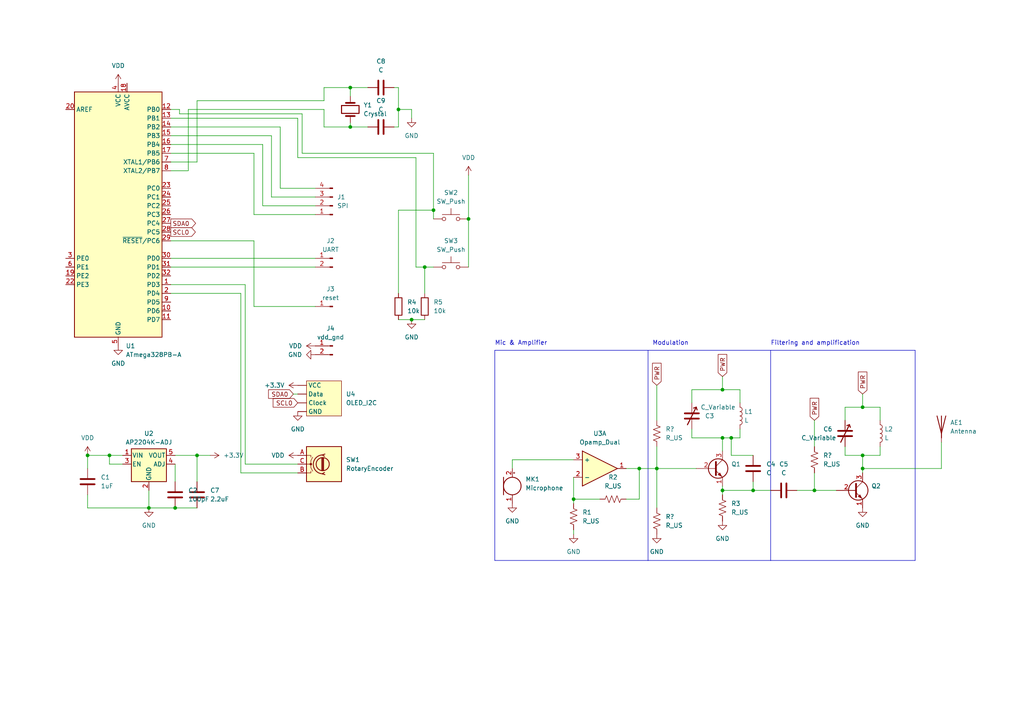
<source format=kicad_sch>
(kicad_sch (version 20230121) (generator eeschema)
  (paper "A4")
  (lib_symbols
    (symbol "Connector:Conn_01x01_Pin" (pin_names (offset 1.016) hide)
      (property "Reference" "J" (at 0 2.54 0))
      (property "Value" "Conn_01x01_Pin" (at 0 -2.54 0))
      (symbol "Conn_01x01_Pin_1_1"
        (polyline (pts (xy 1.27 0) (xy 0.8636 0)) (stroke (width 0.1524)))
        (rectangle (start 0.8636 0.127) (end 0 -0.127) (stroke (width 0.1524)) (fill (type outline)))
        (pin passive line (at 5.08 0 180) (length 3.81) (name "Pin_1") (number "1"))
      )
    )
    (symbol "Connector:Conn_01x02_Pin" (pin_names (offset 1.016) hide)
      (property "Reference" "J" (at 0 2.54 0))
      (property "Value" "Conn_01x02_Pin" (at 0 -5.08 0))
      (symbol "Conn_01x02_Pin_1_1"
        (polyline (pts (xy 1.27 -2.54) (xy 0.8636 -2.54)) (stroke (width 0.1524)))
        (polyline (pts (xy 1.27 0) (xy 0.8636 0)) (stroke (width 0.1524)))
        (rectangle (start 0.8636 -2.413) (end 0 -2.667) (stroke (width 0.1524)) (fill (type outline)))
        (rectangle (start 0.8636 0.127) (end 0 -0.127) (stroke (width 0.1524)) (fill (type outline)))
        (pin passive line (at 5.08 0 180) (length 3.81) (name "Pin_1") (number "1"))
        (pin passive line (at 5.08 -2.54 180) (length 3.81) (name "Pin_2") (number "2"))
      )
    )
    (symbol "Connector:Conn_01x04_Pin" (pin_names (offset 1.016) hide)
      (property "Reference" "J" (at 0 5.08 0))
      (property "Value" "Conn_01x04_Pin" (at 0 -7.62 0))
      (symbol "Conn_01x04_Pin_1_1"
        (polyline (pts (xy 1.27 -5.08) (xy 0.8636 -5.08)) (stroke (width 0.1524)))
        (polyline (pts (xy 1.27 -2.54) (xy 0.8636 -2.54)) (stroke (width 0.1524)))
        (polyline (pts (xy 1.27 0) (xy 0.8636 0)) (stroke (width 0.1524)))
        (polyline (pts (xy 1.27 2.54) (xy 0.8636 2.54)) (stroke (width 0.1524)))
        (rectangle (start 0.8636 -4.953) (end 0 -5.207) (stroke (width 0.1524)) (fill (type outline)))
        (rectangle (start 0.8636 -2.413) (end 0 -2.667) (stroke (width 0.1524)) (fill (type outline)))
        (rectangle (start 0.8636 0.127) (end 0 -0.127) (stroke (width 0.1524)) (fill (type outline)))
        (rectangle (start 0.8636 2.667) (end 0 2.413) (stroke (width 0.1524)) (fill (type outline)))
        (pin passive line (at 5.08 2.54 180) (length 3.81) (name "Pin_1") (number "1"))
        (pin passive line (at 5.08 0 180) (length 3.81) (name "Pin_2") (number "2"))
        (pin passive line (at 5.08 -2.54 180) (length 3.81) (name "Pin_3") (number "3"))
        (pin passive line (at 5.08 -5.08 180) (length 3.81) (name "Pin_4") (number "4"))
      )
    )
    (symbol "Device:Antenna" (pin_numbers hide) (pin_names (offset 1.016) hide)
      (property "Reference" "AE" (at -1.905 1.905 0))
      (property "Value" "Antenna" (at -1.905 0 0))
      (symbol "Antenna_0_1"
        (polyline (pts (xy 0 2.54) (xy 0 -3.81)) (stroke (width 0.254)))
        (polyline (pts (xy 1.27 2.54) (xy 0 -2.54) (xy -1.27 2.54)) (stroke (width 0.254)))
      )
      (symbol "Antenna_1_1"
        (pin input line (at 0 -5.08 90) (length 2.54) (name "A") (number "1"))
      )
    )
    (symbol "Device:C" (pin_numbers hide) (pin_names (offset 0.254))
      (property "Reference" "C" (at 0.635 2.54 0))
      (property "Value" "C" (at 0.635 -2.54 0))
      (symbol "C_0_1"
        (polyline (pts (xy -2.032 -0.762) (xy 2.032 -0.762)) (stroke (width 0.508)))
        (polyline (pts (xy -2.032 0.762) (xy 2.032 0.762)) (stroke (width 0.508)))
      )
      (symbol "C_1_1"
        (pin passive line (at 0 3.81 270) (length 2.794) (name "~") (number "1"))
        (pin passive line (at 0 -3.81 90) (length 2.794) (name "~") (number "2"))
      )
    )
    (symbol "Device:C_Variable" (pin_numbers hide) (pin_names (offset 0.254) hide)
      (property "Reference" "C" (at 0.635 -1.905 0))
      (property "Value" "C_Variable" (at 0.635 -3.81 0))
      (symbol "C_Variable_0_1"
        (polyline (pts (xy -2.032 -0.762) (xy 2.032 -0.762)) (stroke (width 0.508)))
        (polyline (pts (xy -2.032 0.762) (xy 2.032 0.762)) (stroke (width 0.508)))
        (polyline (pts (xy 1.27 2.54) (xy -1.27 -2.54)) (stroke (width 0.3048)))
        (polyline (pts (xy 1.27 2.54) (xy 0.508 2.286)) (stroke (width 0.3048)))
        (polyline (pts (xy 1.27 2.54) (xy 1.524 1.778)) (stroke (width 0.3048)))
      )
      (symbol "C_Variable_1_1"
        (pin passive line (at 0 3.81 270) (length 3.048) (name "~") (number "1"))
        (pin passive line (at 0 -3.81 90) (length 3.048) (name "~") (number "2"))
      )
    )
    (symbol "Device:Crystal" (pin_numbers hide) (pin_names (offset 1.016) hide)
      (property "Reference" "Y" (at 0 3.81 0))
      (property "Value" "Crystal" (at 0 -3.81 0))
      (symbol "Crystal_0_1"
        (rectangle (start -1.143 2.54) (end 1.143 -2.54) (stroke (width 0.3048)))
        (polyline (pts (xy -2.54 0) (xy -1.905 0)))
        (polyline (pts (xy -1.905 -1.27) (xy -1.905 1.27)) (stroke (width 0.508)))
        (polyline (pts (xy 1.905 -1.27) (xy 1.905 1.27)) (stroke (width 0.508)))
        (polyline (pts (xy 2.54 0) (xy 1.905 0)))
      )
      (symbol "Crystal_1_1"
        (pin passive line (at -3.81 0 0) (length 1.27) (name "1") (number "1"))
        (pin passive line (at 3.81 0 180) (length 1.27) (name "2") (number "2"))
      )
    )
    (symbol "Device:L" (pin_numbers hide) (pin_names (offset 1.016) hide)
      (property "Reference" "L" (at -1.27 0 90))
      (property "Value" "L" (at 1.905 0 90))
      (symbol "L_0_1"
        (arc (start 0 -2.54) (mid 0.6323 -1.905) (end 0 -1.27))
        (arc (start 0 -1.27) (mid 0.6323 -0.635) (end 0 0))
        (arc (start 0 0) (mid 0.6323 0.635) (end 0 1.27))
        (arc (start 0 1.27) (mid 0.6323 1.905) (end 0 2.54))
      )
      (symbol "L_1_1"
        (pin passive line (at 0 3.81 270) (length 1.27) (name "1") (number "1"))
        (pin passive line (at 0 -3.81 90) (length 1.27) (name "2") (number "2"))
      )
    )
    (symbol "Device:Microphone" (pin_names (offset 0.0254) hide)
      (property "Reference" "MK" (at -3.81 1.27 0))
      (property "Value" "Microphone" (at -3.81 -0.635 0))
      (symbol "Microphone_0_1"
        (polyline (pts (xy -2.54 2.54) (xy -2.54 -2.54)) (stroke (width 0.254)))
        (polyline (pts (xy 0.254 3.81) (xy 0.762 3.81)))
        (polyline (pts (xy 0.508 4.064) (xy 0.508 3.556)))
        (circle (center 0 0) (radius 2.54) (stroke (width 0.254)))
      )
      (symbol "Microphone_1_1"
        (pin passive line (at 0 -5.08 90) (length 2.54) (name "-") (number "1"))
        (pin passive line (at 0 5.08 270) (length 2.54) (name "+") (number "2"))
      )
    )
    (symbol "Device:Opamp_Dual"
      (property "Reference" "U" (at 0 5.08 0))
      (property "Value" "Opamp_Dual" (at 0 -5.08 0))
      (symbol "Opamp_Dual_1_1"
        (polyline (pts (xy -5.08 5.08) (xy 5.08 0) (xy -5.08 -5.08) (xy -5.08 5.08)) (stroke (width 0.254)) (fill (type background)))
        (pin output line (at 7.62 0 180) (length 2.54) (name "~") (number "1"))
        (pin input line (at -7.62 -2.54 0) (length 2.54) (name "-") (number "2"))
        (pin input line (at -7.62 2.54 0) (length 2.54) (name "+") (number "3"))
      )
      (symbol "Opamp_Dual_2_1"
        (polyline (pts (xy -5.08 5.08) (xy 5.08 0) (xy -5.08 -5.08) (xy -5.08 5.08)) (stroke (width 0.254)) (fill (type background)))
        (pin input line (at -7.62 2.54 0) (length 2.54) (name "+") (number "5"))
        (pin input line (at -7.62 -2.54 0) (length 2.54) (name "-") (number "6"))
        (pin output line (at 7.62 0 180) (length 2.54) (name "~") (number "7"))
      )
      (symbol "Opamp_Dual_3_1"
        (pin power_in line (at -2.54 -7.62 90) (length 3.81) (name "V-") (number "4"))
        (pin power_in line (at -2.54 7.62 270) (length 3.81) (name "V+") (number "8"))
      )
    )
    (symbol "Device:R" (pin_numbers hide) (pin_names (offset 0))
      (property "Reference" "R" (at 2.032 0 90))
      (property "Value" "R" (at 0 0 90))
      (symbol "R_0_1"
        (rectangle (start -1.016 -2.54) (end 1.016 2.54) (stroke (width 0.254)))
      )
      (symbol "R_1_1"
        (pin passive line (at 0 3.81 270) (length 1.27) (name "~") (number "1"))
        (pin passive line (at 0 -3.81 90) (length 1.27) (name "~") (number "2"))
      )
    )
    (symbol "Device:R_US" (pin_numbers hide) (pin_names (offset 0))
      (property "Reference" "R" (at 2.54 0 90))
      (property "Value" "R_US" (at -2.54 0 90))
      (symbol "R_US_0_1"
        (polyline (pts (xy 0 -2.286) (xy 0 -2.54)))
        (polyline (pts (xy 0 2.286) (xy 0 2.54)))
        (polyline (pts (xy 0 -0.762) (xy 1.016 -1.143) (xy 0 -1.524) (xy -1.016 -1.905) (xy 0 -2.286)))
        (polyline (pts (xy 0 0.762) (xy 1.016 0.381) (xy 0 0) (xy -1.016 -0.381) (xy 0 -0.762)))
        (polyline (pts (xy 0 2.286) (xy 1.016 1.905) (xy 0 1.524) (xy -1.016 1.143) (xy 0 0.762)))
      )
      (symbol "R_US_1_1"
        (pin passive line (at 0 3.81 270) (length 1.27) (name "~") (number "1"))
        (pin passive line (at 0 -3.81 90) (length 1.27) (name "~") (number "2"))
      )
    )
    (symbol "Device:RotaryEncoder" (pin_names (offset 0.254) hide)
      (property "Reference" "SW" (at 0 6.604 0))
      (property "Value" "RotaryEncoder" (at 0 -6.604 0))
      (symbol "RotaryEncoder_0_1"
        (rectangle (start -5.08 5.08) (end 5.08 -5.08) (stroke (width 0.254)) (fill (type background)))
        (circle (center -3.81 0) (radius 0.254) (fill (type outline)))
        (circle (center -0.381 0) (radius 1.905) (stroke (width 0.254)))
        (arc (start -0.381 2.667) (mid -3.0988 -0.0635) (end -0.381 -2.794) (stroke (width 0.254)))
        (polyline (pts (xy -0.635 -1.778) (xy -0.635 1.778)) (stroke (width 0.254)))
        (polyline (pts (xy -0.381 -1.778) (xy -0.381 1.778)) (stroke (width 0.254)))
        (polyline (pts (xy -0.127 1.778) (xy -0.127 -1.778)) (stroke (width 0.254)))
        (polyline (pts (xy -5.08 -2.54) (xy -3.81 -2.54) (xy -3.81 -2.032)))
        (polyline (pts (xy -5.08 2.54) (xy -3.81 2.54) (xy -3.81 2.032)))
        (polyline (pts (xy 0.254 -3.048) (xy -0.508 -2.794) (xy 0.127 -2.413)) (stroke (width 0.254)))
        (polyline (pts (xy 0.254 2.921) (xy -0.508 2.667) (xy 0.127 2.286)) (stroke (width 0.254)))
        (polyline (pts (xy -5.08 0) (xy -3.81 0) (xy -3.81 -1.016) (xy -3.302 -2.032)))
        (polyline (pts (xy -4.318 0) (xy -3.81 0) (xy -3.81 1.016) (xy -3.302 2.032)))
      )
      (symbol "RotaryEncoder_1_1"
        (pin passive line (at -7.62 2.54 0) (length 2.54) (name "A") (number "A"))
        (pin passive line (at -7.62 -2.54 0) (length 2.54) (name "B") (number "B"))
        (pin passive line (at -7.62 0 0) (length 2.54) (name "C") (number "C"))
      )
    )
    (symbol "GND_1" (power) (pin_names (offset 0))
      (property "Value" "GND_1" (at 0 -3.81 0))
      (symbol "GND_1_0_1"
        (polyline (pts (xy 0 0) (xy 0 -1.27) (xy 1.27 -1.27) (xy 0 -2.54) (xy -1.27 -1.27) (xy 0 -1.27)))
      )
      (symbol "GND_1_1_1"
        (pin power_in line (at 0 0 270) (length 0) hide (name "GND") (number "1"))
      )
    )
    (symbol "GND_2" (power) (pin_names (offset 0))
      (property "Value" "GND_2" (at 0 -3.81 0))
      (symbol "GND_2_0_1"
        (polyline (pts (xy 0 0) (xy 0 -1.27) (xy 1.27 -1.27) (xy 0 -2.54) (xy -1.27 -1.27) (xy 0 -1.27)))
      )
      (symbol "GND_2_1_1"
        (pin power_in line (at 0 0 270) (length 0) hide (name "GND") (number "1"))
      )
    )
    (symbol "MCU_Microchip_ATmega:ATmega328PB-A"
      (property "Reference" "U" (at -12.7 36.83 0))
      (property "Value" "ATmega328PB-A" (at 2.54 -36.83 0))
      (symbol "ATmega328PB-A_0_1"
        (rectangle (start -12.7 -35.56) (end 12.7 35.56) (stroke (width 0.254)) (fill (type background)))
      )
      (symbol "ATmega328PB-A_1_1"
        (pin bidirectional line (at 15.24 -20.32 180) (length 2.54) (name "PD3") (number "1"))
        (pin bidirectional line (at 15.24 -27.94 180) (length 2.54) (name "PD6") (number "10"))
        (pin bidirectional line (at 15.24 -30.48 180) (length 2.54) (name "PD7") (number "11"))
        (pin bidirectional line (at 15.24 30.48 180) (length 2.54) (name "PB0") (number "12"))
        (pin bidirectional line (at 15.24 27.94 180) (length 2.54) (name "PB1") (number "13"))
        (pin bidirectional line (at 15.24 25.4 180) (length 2.54) (name "PB2") (number "14"))
        (pin bidirectional line (at 15.24 22.86 180) (length 2.54) (name "PB3") (number "15"))
        (pin bidirectional line (at 15.24 20.32 180) (length 2.54) (name "PB4") (number "16"))
        (pin bidirectional line (at 15.24 17.78 180) (length 2.54) (name "PB5") (number "17"))
        (pin power_in line (at 2.54 38.1 270) (length 2.54) (name "AVCC") (number "18"))
        (pin bidirectional line (at -15.24 -17.78 0) (length 2.54) (name "PE2") (number "19"))
        (pin bidirectional line (at 15.24 -22.86 180) (length 2.54) (name "PD4") (number "2"))
        (pin passive line (at -15.24 30.48 0) (length 2.54) (name "AREF") (number "20"))
        (pin passive line (at 0 -38.1 90) (length 2.54) hide (name "GND") (number "21"))
        (pin bidirectional line (at -15.24 -20.32 0) (length 2.54) (name "PE3") (number "22"))
        (pin bidirectional line (at 15.24 7.62 180) (length 2.54) (name "PC0") (number "23"))
        (pin bidirectional line (at 15.24 5.08 180) (length 2.54) (name "PC1") (number "24"))
        (pin bidirectional line (at 15.24 2.54 180) (length 2.54) (name "PC2") (number "25"))
        (pin bidirectional line (at 15.24 0 180) (length 2.54) (name "PC3") (number "26"))
        (pin bidirectional line (at 15.24 -2.54 180) (length 2.54) (name "PC4") (number "27"))
        (pin bidirectional line (at 15.24 -5.08 180) (length 2.54) (name "PC5") (number "28"))
        (pin bidirectional line (at 15.24 -7.62 180) (length 2.54) (name "~{RESET}/PC6") (number "29"))
        (pin bidirectional line (at -15.24 -12.7 0) (length 2.54) (name "PE0") (number "3"))
        (pin bidirectional line (at 15.24 -12.7 180) (length 2.54) (name "PD0") (number "30"))
        (pin bidirectional line (at 15.24 -15.24 180) (length 2.54) (name "PD1") (number "31"))
        (pin bidirectional line (at 15.24 -17.78 180) (length 2.54) (name "PD2") (number "32"))
        (pin power_in line (at 0 38.1 270) (length 2.54) (name "VCC") (number "4"))
        (pin power_in line (at 0 -38.1 90) (length 2.54) (name "GND") (number "5"))
        (pin bidirectional line (at -15.24 -15.24 0) (length 2.54) (name "PE1") (number "6"))
        (pin bidirectional line (at 15.24 15.24 180) (length 2.54) (name "XTAL1/PB6") (number "7"))
        (pin bidirectional line (at 15.24 12.7 180) (length 2.54) (name "XTAL2/PB7") (number "8"))
        (pin bidirectional line (at 15.24 -25.4 180) (length 2.54) (name "PD5") (number "9"))
      )
    )
    (symbol "Regulator_Linear:AP2204K-ADJ" (pin_names (offset 0.254))
      (property "Reference" "U" (at -5.08 5.715 0))
      (property "Value" "AP2204K-ADJ" (at 0 5.715 0))
      (symbol "AP2204K-ADJ_0_1"
        (rectangle (start -5.08 4.445) (end 5.08 -5.08) (stroke (width 0.254)) (fill (type background)))
      )
      (symbol "AP2204K-ADJ_1_1"
        (pin power_in line (at -7.62 2.54 0) (length 2.54) (name "VIN") (number "1"))
        (pin power_in line (at 0 -7.62 90) (length 2.54) (name "GND") (number "2"))
        (pin input line (at -7.62 0 0) (length 2.54) (name "EN") (number "3"))
        (pin input line (at 7.62 0 180) (length 2.54) (name "ADJ") (number "4"))
        (pin power_out line (at 7.62 2.54 180) (length 2.54) (name "VOUT") (number "5"))
      )
    )
    (symbol "Switch:SW_Push" (pin_numbers hide) (pin_names (offset 1.016) hide)
      (property "Reference" "SW" (at 1.27 2.54 0))
      (property "Value" "SW_Push" (at 0 -1.524 0))
      (symbol "SW_Push_0_1"
        (circle (center -2.032 0) (radius 0.508))
        (polyline (pts (xy 0 1.27) (xy 0 3.048)))
        (polyline (pts (xy 2.54 1.27) (xy -2.54 1.27)))
        (circle (center 2.032 0) (radius 0.508))
        (pin passive line (at -5.08 0 0) (length 2.54) (name "1") (number "1"))
        (pin passive line (at 5.08 0 180) (length 2.54) (name "2") (number "2"))
      )
    )
    (symbol "Transistor_BJT:2N2219" (pin_names (offset 0) hide)
      (property "Reference" "Q" (at 5.08 1.905 0))
      (property "Value" "2N2219" (at 5.08 0 0))
      (symbol "2N2219_0_1"
        (polyline (pts (xy 0.635 0.635) (xy 2.54 2.54)))
        (polyline (pts (xy 0.635 -0.635) (xy 2.54 -2.54) (xy 2.54 -2.54)))
        (polyline (pts (xy 0.635 1.905) (xy 0.635 -1.905) (xy 0.635 -1.905)) (stroke (width 0.508)))
        (polyline (pts (xy 1.27 -1.778) (xy 1.778 -1.27) (xy 2.286 -2.286) (xy 1.27 -1.778) (xy 1.27 -1.778)) (fill (type outline)))
        (circle (center 1.27 0) (radius 2.8194) (stroke (width 0.254)))
      )
      (symbol "2N2219_1_1"
        (pin passive line (at 2.54 -5.08 90) (length 2.54) (name "E") (number "1"))
        (pin passive line (at -5.08 0 0) (length 5.715) (name "B") (number "2"))
        (pin passive line (at 2.54 5.08 270) (length 2.54) (name "C") (number "3"))
      )
    )
    (symbol "oled_lafvin:OLED_I2C"
      (property "Reference" "U" (at 6.35 1.27 0))
      (property "Value" "OLED_I2C" (at 10.16 3.81 0))
      (symbol "OLED_I2C_0_1"
        (rectangle (start -6.35 6.35) (end 3.81 -3.81) (fill (type background)))
      )
      (symbol "OLED_I2C_1_1"
        (pin input line (at -8.89 0 0) (length 2.54) (name "Clock") (number ""))
        (pin input line (at -8.89 2.54 0) (length 2.5) (name "Data") (number ""))
        (pin input line (at -8.89 -2.54 0) (length 2.54) (name "GND") (number ""))
        (pin input line (at -8.89 5.08 0) (length 2.54) (name "VCC") (number ""))
      )
    )
    (symbol "power:+3.3V" (power) (pin_names (offset 0))
      (property "Value" "+3.3V" (at 0 3.556 0))
      (symbol "+3.3V_0_1"
        (polyline (pts (xy -0.762 1.27) (xy 0 2.54)))
        (polyline (pts (xy 0 0) (xy 0 2.54)))
        (polyline (pts (xy 0 2.54) (xy 0.762 1.27)))
      )
      (symbol "+3.3V_1_1"
        (pin power_in line (at 0 0 90) (length 0) hide (name "+3.3V") (number "1"))
      )
    )
    (symbol "power:GND" (power) (pin_names (offset 0))
      (property "Value" "GND" (at 0 -3.81 0))
      (symbol "GND_0_1"
        (polyline (pts (xy 0 0) (xy 0 -1.27) (xy 1.27 -1.27) (xy 0 -2.54) (xy -1.27 -1.27) (xy 0 -1.27)))
      )
      (symbol "GND_1_1"
        (pin power_in line (at 0 0 270) (length 0) hide (name "GND") (number "1"))
      )
    )
    (symbol "power:VDD" (power) (pin_names (offset 0))
      (property "Value" "VDD" (at 0 3.81 0))
      (symbol "VDD_0_1"
        (polyline (pts (xy -0.762 1.27) (xy 0 2.54)))
        (polyline (pts (xy 0 0) (xy 0 2.54)))
        (polyline (pts (xy 0 2.54) (xy 0.762 1.27)))
      )
      (symbol "VDD_1_1"
        (pin power_in line (at 0 0 90) (length 0) hide (name "VDD") (number "1"))
      )
    )
  )
  (junction (at 101.6 36.83))
  (junction (at 50.8 147.32))
  (junction (at 236.22 142.24))
  (junction (at 218.44 142.24))
  (junction (at 166.37 144.78))
  (junction (at 135.89 63.5))
  (junction (at 119.38 92.71))
  (junction (at 43.18 147.32))
  (junction (at 125.73 60.96))
  (junction (at 212.09 127))
  (junction (at 209.55 127))
  (junction (at 190.5 135.89))
  (junction (at 31.75 132.08))
  (junction (at 209.55 142.24))
  (junction (at 209.55 113.03))
  (junction (at 185.42 135.89))
  (junction (at 115.57 31.75))
  (junction (at 101.6 25.4))
  (junction (at 123.19 77.47))
  (junction (at 25.4 132.08))
  (junction (at 57.15 132.08))
  (junction (at 250.19 118.11))
  (junction (at 250.19 135.89))
  (junction (at 250.19 132.08))
  (wire (pts (xy 69.85 85.09) (xy 69.85 137.16)))
  (wire (pts (xy 245.11 118.11) (xy 245.11 121.92)))
  (wire (pts (xy 69.85 137.16) (xy 86.36 137.16)))
  (wire (pts (xy 71.12 82.55) (xy 71.12 134.62)))
  (wire (pts (xy 125.73 60.96) (xy 125.73 63.5)))
  (wire (pts (xy 57.15 46.99) (xy 49.53 46.99)))
  (wire (pts (xy 218.44 142.24) (xy 209.55 142.24)))
  (wire (pts (xy 49.53 69.85) (xy 73.66 69.85)))
  (wire (pts (xy 190.5 135.89) (xy 201.93 135.89)))
  (wire (pts (xy 93.98 36.83) (xy 101.6 36.83)))
  (wire (pts (xy 49.53 85.09) (xy 69.85 85.09)))
  (wire (pts (xy 200.66 113.03) (xy 200.66 116.84)))
  (wire (pts (xy 43.18 147.32) (xy 25.4 147.32)))
  (wire (pts (xy 135.89 63.5) (xy 135.89 77.47)))
  (wire (pts (xy 245.11 132.08) (xy 250.19 132.08)))
  (wire (pts (xy 273.05 128.27) (xy 273.05 135.89)))
  (wire (pts (xy 106.68 25.4) (xy 101.6 25.4)))
  (wire (pts (xy 49.53 44.45) (xy 73.66 44.45)))
  (wire (pts (xy 148.59 133.35) (xy 166.37 133.35)))
  (wire (pts (xy 135.89 50.8) (xy 135.89 63.5)))
  (wire (pts (xy 76.2 59.69) (xy 91.44 59.69)))
  (wire (pts (xy 101.6 27.94) (xy 101.6 25.4)))
  (wire (pts (xy 200.66 127) (xy 209.55 127)))
  (wire (pts (xy 49.53 41.91) (xy 76.2 41.91)))
  (wire (pts (xy 49.53 31.75) (xy 52.07 31.75)))
  (wire (pts (xy 86.36 45.72) (xy 120.65 45.72)))
  (wire (pts (xy 60.96 132.08) (xy 57.15 132.08)))
  (wire (pts (xy 236.22 142.24) (xy 242.57 142.24)))
  (wire (pts (xy 57.15 29.21) (xy 93.98 29.21)))
  (wire (pts (xy 25.4 143.51) (xy 25.4 147.32)))
  (wire (pts (xy 49.53 34.29) (xy 86.36 34.29)))
  (wire (pts (xy 209.55 109.22) (xy 209.55 113.03)))
  (wire (pts (xy 123.19 77.47) (xy 123.19 85.09)))
  (wire (pts (xy 209.55 127) (xy 212.09 127)))
  (wire (pts (xy 31.75 132.08) (xy 31.75 134.62)))
  (wire (pts (xy 119.38 92.71) (xy 123.19 92.71)))
  (wire (pts (xy 166.37 153.67) (xy 166.37 154.94)))
  (wire (pts (xy 87.63 44.45) (xy 125.73 44.45)))
  (wire (pts (xy 125.73 60.96) (xy 115.57 60.96)))
  (wire (pts (xy 185.42 135.89) (xy 181.61 135.89)))
  (wire (pts (xy 119.38 34.29) (xy 119.38 31.75)))
  (wire (pts (xy 35.56 132.08) (xy 31.75 132.08)))
  (wire (pts (xy 120.65 77.47) (xy 123.19 77.47)))
  (polyline (pts (xy 187.96 162.56) (xy 143.51 162.56)))
  (wire (pts (xy 185.42 144.78) (xy 185.42 135.89)))
  (wire (pts (xy 115.57 36.83) (xy 114.3 36.83)))
  (wire (pts (xy 190.5 111.76) (xy 190.5 121.92)))
  (wire (pts (xy 49.53 49.53) (xy 54.61 49.53)))
  (polyline (pts (xy 143.51 101.6) (xy 187.96 101.6)))
  (wire (pts (xy 218.44 142.24) (xy 223.52 142.24)))
  (wire (pts (xy 236.22 137.16) (xy 236.22 142.24)))
  (wire (pts (xy 81.28 54.61) (xy 91.44 54.61)))
  (wire (pts (xy 52.07 31.75) (xy 52.07 33.02)))
  (wire (pts (xy 101.6 25.4) (xy 93.98 25.4)))
  (wire (pts (xy 93.98 31.75) (xy 93.98 36.83)))
  (wire (pts (xy 31.75 132.08) (xy 25.4 132.08)))
  (wire (pts (xy 85.09 114.3) (xy 86.36 114.3)))
  (wire (pts (xy 115.57 92.71) (xy 119.38 92.71)))
  (wire (pts (xy 101.6 36.83) (xy 106.68 36.83)))
  (wire (pts (xy 148.59 135.89) (xy 148.59 133.35)))
  (wire (pts (xy 212.09 127) (xy 214.63 127)))
  (wire (pts (xy 190.5 135.89) (xy 190.5 147.32)))
  (wire (pts (xy 218.44 139.7) (xy 218.44 142.24)))
  (polyline (pts (xy 223.52 162.56) (xy 187.96 162.56)))
  (wire (pts (xy 76.2 41.91) (xy 76.2 59.69)))
  (wire (pts (xy 81.28 36.83) (xy 81.28 54.61)))
  (wire (pts (xy 71.12 134.62) (xy 86.36 134.62)))
  (wire (pts (xy 52.07 33.02) (xy 87.63 33.02)))
  (wire (pts (xy 73.66 44.45) (xy 73.66 62.23)))
  (wire (pts (xy 93.98 25.4) (xy 93.98 29.21)))
  (wire (pts (xy 231.14 142.24) (xy 236.22 142.24)))
  (wire (pts (xy 54.61 31.75) (xy 93.98 31.75)))
  (wire (pts (xy 209.55 113.03) (xy 214.63 113.03)))
  (wire (pts (xy 181.61 144.78) (xy 185.42 144.78)))
  (wire (pts (xy 73.66 69.85) (xy 73.66 88.9)))
  (wire (pts (xy 73.66 88.9) (xy 91.44 88.9)))
  (wire (pts (xy 273.05 135.89) (xy 250.19 135.89)))
  (wire (pts (xy 86.36 34.29) (xy 86.36 45.72)))
  (wire (pts (xy 115.57 60.96) (xy 115.57 85.09)))
  (wire (pts (xy 250.19 132.08) (xy 250.19 135.89)))
  (wire (pts (xy 57.15 132.08) (xy 50.8 132.08)))
  (wire (pts (xy 119.38 31.75) (xy 115.57 31.75)))
  (wire (pts (xy 190.5 129.54) (xy 190.5 135.89)))
  (wire (pts (xy 78.74 39.37) (xy 78.74 57.15)))
  (wire (pts (xy 209.55 127) (xy 209.55 130.81)))
  (wire (pts (xy 250.19 114.3) (xy 250.19 118.11)))
  (polyline (pts (xy 265.43 101.6) (xy 265.43 162.56)))
  (wire (pts (xy 49.53 74.93) (xy 91.44 74.93)))
  (wire (pts (xy 54.61 31.75) (xy 54.61 49.53)))
  (wire (pts (xy 209.55 142.24) (xy 209.55 140.97)))
  (wire (pts (xy 123.19 77.47) (xy 125.73 77.47)))
  (polyline (pts (xy 265.43 162.56) (xy 223.52 162.56)))
  (wire (pts (xy 49.53 77.47) (xy 91.44 77.47)))
  (wire (pts (xy 50.8 134.62) (xy 50.8 139.7)))
  (wire (pts (xy 214.63 127) (xy 214.63 124.46)))
  (wire (pts (xy 212.09 132.08) (xy 212.09 127)))
  (wire (pts (xy 200.66 113.03) (xy 209.55 113.03)))
  (wire (pts (xy 49.53 82.55) (xy 71.12 82.55)))
  (wire (pts (xy 120.65 45.72) (xy 120.65 77.47)))
  (wire (pts (xy 245.11 118.11) (xy 250.19 118.11)))
  (wire (pts (xy 250.19 135.89) (xy 250.19 137.16)))
  (wire (pts (xy 214.63 113.03) (xy 214.63 116.84)))
  (polyline (pts (xy 143.51 101.6) (xy 143.51 162.56)))
  (wire (pts (xy 101.6 35.56) (xy 101.6 36.83)))
  (wire (pts (xy 35.56 134.62) (xy 31.75 134.62)))
  (polyline (pts (xy 223.52 101.6) (xy 223.52 162.56)))
  (wire (pts (xy 255.27 132.08) (xy 255.27 129.54)))
  (wire (pts (xy 200.66 124.46) (xy 200.66 127)))
  (wire (pts (xy 190.5 135.89) (xy 185.42 135.89)))
  (wire (pts (xy 57.15 147.32) (xy 50.8 147.32)))
  (wire (pts (xy 87.63 33.02) (xy 87.63 44.45)))
  (polyline (pts (xy 187.96 101.6) (xy 187.96 162.56)))
  (wire (pts (xy 245.11 129.54) (xy 245.11 132.08)))
  (wire (pts (xy 25.4 132.08) (xy 25.4 135.89)))
  (wire (pts (xy 250.19 118.11) (xy 255.27 118.11)))
  (wire (pts (xy 125.73 44.45) (xy 125.73 60.96)))
  (wire (pts (xy 166.37 144.78) (xy 173.99 144.78)))
  (wire (pts (xy 49.53 36.83) (xy 81.28 36.83)))
  (wire (pts (xy 209.55 143.51) (xy 209.55 142.24)))
  (wire (pts (xy 236.22 121.92) (xy 236.22 129.54)))
  (polyline (pts (xy 187.96 101.6) (xy 223.52 101.6)))
  (polyline (pts (xy 223.52 101.6) (xy 265.43 101.6)))
  (wire (pts (xy 115.57 25.4) (xy 115.57 31.75)))
  (wire (pts (xy 43.18 142.24) (xy 43.18 147.32)))
  (wire (pts (xy 250.19 132.08) (xy 255.27 132.08)))
  (wire (pts (xy 115.57 31.75) (xy 115.57 36.83)))
  (wire (pts (xy 114.3 25.4) (xy 115.57 25.4)))
  (wire (pts (xy 57.15 132.08) (xy 57.15 139.7)))
  (wire (pts (xy 166.37 138.43) (xy 166.37 144.78)))
  (wire (pts (xy 49.53 39.37) (xy 78.74 39.37)))
  (wire (pts (xy 73.66 62.23) (xy 91.44 62.23)))
  (wire (pts (xy 255.27 118.11) (xy 255.27 121.92)))
  (wire (pts (xy 166.37 146.05) (xy 166.37 144.78)))
  (wire (pts (xy 57.15 29.21) (xy 57.15 46.99)))
  (wire (pts (xy 78.74 57.15) (xy 91.44 57.15)))
  (wire (pts (xy 218.44 132.08) (xy 212.09 132.08)))
  (wire (pts (xy 50.8 147.32) (xy 43.18 147.32)))
  (text "Mic & Amplifier" (at 143.51 100.33 0) (effects (font (size 1.27 1.27)) (justify left bottom)))
  (text "Modulation" (at 189.23 100.33 0) (effects (font (size 1.27 1.27)) (justify left bottom)))
  (text "Filtering and amplification" (at 223.52 100.33 0) (effects (font (size 1.27 1.27)) (justify left bottom)))
  (global_label "SDA0" (shape output) (at 49.53 64.77 0) (property "Intersheetrefs" "${INTERSHEET_REFS}" (effects hide)))
  (global_label "PWR" (shape input) (at 190.5 111.76 90) (property "Intersheetrefs" "${INTERSHEET_REFS}" (effects hide)))
  (global_label "SCL0" (shape output) (at 49.53 67.31 0) (property "Intersheetrefs" "${INTERSHEET_REFS}" (effects hide)))
  (global_label "PWR" (shape input) (at 250.19 114.3 90) (property "Intersheetrefs" "${INTERSHEET_REFS}" (effects hide)))
  (global_label "SCL0" (shape input) (at 86.36 116.84 180) (property "Intersheetrefs" "${INTERSHEET_REFS}" (effects hide)))
  (global_label "SDA0" (shape input) (at 85.09 114.3 180) (property "Intersheetrefs" "${INTERSHEET_REFS}" (effects hide)))
  (global_label "PWR" (shape input) (at 236.22 121.92 90) (property "Intersheetrefs" "${INTERSHEET_REFS}" (effects hide)))
  (global_label "PWR" (shape input) (at 209.55 109.22 90) (property "Intersheetrefs" "${INTERSHEET_REFS}" (effects hide)))
  (symbol (lib_id "power:GND") (at 166.37 154.94 0) (unit 1)
    (property "Reference" "#PWR0105" (effects hide))
    (property "Value" "GND" (at 166.37 160.02 0))
  )
  (symbol (lib_id "Device:C_Variable") (at 200.66 120.65 0) (unit 1)
    (property "Reference" "C3" (at 204.47 120.65 0) (effects (justify left)))
    (property "Value" "C_Variable" (at 203.2 118.11 0) (effects (justify left)))
  )
  (symbol (lib_id "Device:R_US") (at 177.8 144.78 90) (unit 1)
    (property "Reference" "R2" (at 177.8 138.43 90))
    (property "Value" "R_US" (at 177.8 140.97 90))
  )
  (symbol (lib_id "Transistor_BJT:2N2219") (at 207.01 135.89 0) (unit 1)
    (property "Reference" "Q1" (at 212.09 134.6199 0) (effects (justify left)))
    (property "Value" "2N2219" (effects hide))
    (property "Footprint" "Package_TO_SOT_THT:TO-39-3" (effects hide))
    (property "Datasheet" "http://www.onsemi.com/pub_link/Collateral/2N2219-D.PDF" (effects hide))
  )
  (symbol (lib_id "Transistor_BJT:2N2219") (at 247.65 142.24 0) (unit 1)
    (property "Reference" "Q2" (at 252.73 140.9699 0) (effects (justify left)))
    (property "Value" "2N2219" (effects hide))
    (property "Footprint" "Package_TO_SOT_THT:TO-39-3" (effects hide))
    (property "Datasheet" "http://www.onsemi.com/pub_link/Collateral/2N2219-D.PDF" (effects hide))
  )
  (symbol (lib_id "Device:C") (at 110.49 25.4 90) (unit 1)
    (property "Reference" "C8" (at 110.49 17.78 90))
    (property "Value" "C" (at 110.49 20.32 90))
  )
  (symbol (lib_id "Device:C") (at 50.8 143.51 0) (unit 1)
    (property "Reference" "C2" (at 54.61 142.24 0) (effects (justify left)))
    (property "Value" "100pF" (at 54.61 144.78 0) (effects (justify left)))
  )
  (symbol (lib_id "Connector:Conn_01x02_Pin") (at 96.52 100.33 0) (mirror y) (unit 1)
    (property "Reference" "J4" (at 95.885 95.25 0))
    (property "Value" "vdd_gnd" (at 95.885 97.79 0))
  )
  (symbol (lib_id "Device:L") (at 255.27 125.73 0) (unit 1)
    (property "Reference" "L2" (at 256.54 124.4599 0) (effects (justify left)))
    (property "Value" "L" (at 256.54 126.9999 0) (effects (justify left)))
  )
  (symbol (lib_id "power:+3.3V") (at 60.96 132.08 270) (unit 1)
    (property "Reference" "#PWR05" (effects hide))
    (property "Value" "+3.3V" (at 64.77 132.08 90) (effects (justify left)))
  )
  (symbol (lib_id "Switch:SW_Push") (at 130.81 77.47 0) (unit 1)
    (property "Reference" "SW3" (at 130.81 69.85 0))
    (property "Value" "SW_Push" (at 130.81 72.39 0))
  )
  (symbol (lib_id "Device:C") (at 227.33 142.24 90) (unit 1)
    (property "Reference" "C5" (at 227.33 134.62 90))
    (property "Value" "C" (at 227.33 137.16 90))
  )
  (symbol (lib_id "power:VDD") (at 86.36 132.08 90) (unit 1)
    (property "Reference" "#PWR08" (effects hide))
    (property "Value" "VDD" (at 82.55 132.08 90) (effects (justify left)))
  )
  (symbol (lib_id "Device:R_US") (at 190.5 125.73 0) (unit 1)
    (property "Reference" "R?" (at 193.04 124.4599 0) (effects (justify left)))
    (property "Value" "R_US" (at 193.04 126.9999 0) (effects (justify left)))
  )
  (symbol (lib_id "Device:C") (at 218.44 135.89 0) (unit 1)
    (property "Reference" "C4" (at 222.25 134.6199 0) (effects (justify left)))
    (property "Value" "C" (at 222.25 137.1599 0) (effects (justify left)))
  )
  (symbol (lib_id "power:VDD") (at 25.4 132.08 0) (unit 1)
    (property "Reference" "#PWR01" (effects hide))
    (property "Value" "VDD" (at 25.4 127 0))
  )
  (symbol (lib_id "power:GND") (at 119.38 34.29 0) (unit 1)
    (property "Reference" "#PWR011" (effects hide))
    (property "Value" "GND" (at 119.38 39.37 0))
  )
  (symbol (lib_id "power:GND") (at 119.38 92.71 0) (unit 1)
    (property "Reference" "#PWR012" (effects hide))
    (property "Value" "GND" (at 119.38 97.79 0))
  )
  (symbol (lib_id "power:VDD") (at 91.44 100.33 90) (unit 1)
    (property "Reference" "#PWR09" (effects hide))
    (property "Value" "VDD" (at 87.63 100.33 90) (effects (justify left)))
  )
  (symbol (lib_id "power:+3.3V") (at 86.36 111.76 90) (unit 1)
    (property "Reference" "#PWR06" (effects hide))
    (property "Value" "+3.3V" (at 82.55 111.76 90) (effects (justify left)))
  )
  (symbol (lib_id "Connector:Conn_01x04_Pin") (at 96.52 59.69 180) (unit 1)
    (property "Reference" "J1" (at 97.79 57.15 0) (effects (justify right)))
    (property "Value" "SPI" (at 97.79 59.69 0) (effects (justify right)))
  )
  (symbol (lib_id "Device:Crystal") (at 101.6 31.75 90) (unit 1)
    (property "Reference" "Y1" (at 105.41 30.4799 90) (effects (justify right)))
    (property "Value" "Crystal" (at 105.41 33.0199 90) (effects (justify right)))
  )
  (symbol (lib_id "MCU_Microchip_ATmega:ATmega328PB-A") (at 34.29 62.23 0) (unit 1)
    (property "Reference" "U1" (at 36.4841 100.33 0) (effects (justify left)))
    (property "Value" "ATmega328PB-A" (at 36.4841 102.87 0) (effects (justify left)))
    (property "Footprint" "Package_QFP:TQFP-32_7x7mm_P0.8mm" (effects hide))
    (property "Datasheet" "http://ww1.microchip.com/downloads/en/DeviceDoc/40001906C.pdf" (effects hide))
  )
  (symbol (lib_id "Device:L") (at 214.63 120.65 0) (unit 1)
    (property "Reference" "L1" (at 215.9 119.3799 0) (effects (justify left)))
    (property "Value" "L" (at 215.9 121.9199 0) (effects (justify left)))
  )
  (symbol (lib_id "Switch:SW_Push") (at 130.81 63.5 0) (unit 1)
    (property "Reference" "SW2" (at 130.81 55.88 0))
    (property "Value" "SW_Push" (at 130.81 58.42 0))
  )
  (symbol (lib_id "Device:R") (at 123.19 88.9 0) (unit 1)
    (property "Reference" "R5" (at 125.73 87.63 0) (effects (justify left)))
    (property "Value" "10k" (at 125.73 90.17 0) (effects (justify left)))
  )
  (symbol (lib_id "Device:R_US") (at 236.22 133.35 0) (unit 1)
    (property "Reference" "R?" (at 238.76 132.0799 0) (effects (justify left)))
    (property "Value" "R_US" (at 238.76 134.6199 0) (effects (justify left)))
  )
  (symbol (lib_id "power:VDD") (at 135.89 50.8 0) (unit 1)
    (property "Reference" "#PWR013" (effects hide))
    (property "Value" "VDD" (at 135.89 45.72 0))
  )
  (symbol (lib_id "Device:R") (at 115.57 88.9 0) (unit 1)
    (property "Reference" "R4" (at 118.11 87.63 0) (effects (justify left)))
    (property "Value" "10k" (at 118.11 90.17 0) (effects (justify left)))
  )
  (symbol (lib_id "Connector:Conn_01x02_Pin") (at 96.52 74.93 0) (mirror y) (unit 1)
    (property "Reference" "J2" (at 95.885 69.85 0))
    (property "Value" "UART" (at 95.885 72.39 0))
  )
  (symbol (lib_id "Device:C") (at 57.15 143.51 0) (unit 1)
    (property "Reference" "C7" (at 60.96 142.24 0) (effects (justify left)))
    (property "Value" "2.2uF" (at 60.96 144.78 0) (effects (justify left)))
  )
  (symbol (lib_id "power:GND") (at 148.59 146.05 0) (unit 1)
    (property "Reference" "#PWR0104" (effects hide))
    (property "Value" "GND" (at 148.59 151.13 0))
  )
  (symbol (lib_name "GND_1") (lib_id "power:GND") (at 91.44 102.87 270) (unit 1)
    (property "Reference" "#PWR010" (effects hide))
    (property "Value" "GND" (at 87.63 102.87 90) (effects (justify right)))
  )
  (symbol (lib_id "Regulator_Linear:AP2204K-ADJ") (at 43.18 134.62 0) (unit 1)
    (property "Reference" "U2" (at 43.18 125.73 0))
    (property "Value" "AP2204K-ADJ" (at 43.18 128.27 0))
    (property "Footprint" "Package_TO_SOT_SMD:SOT-23-5" (effects hide))
    (property "Datasheet" "https://www.diodes.com/assets/Datasheets/AP2204.pdf" (effects hide))
  )
  (symbol (lib_id "Device:C_Variable") (at 245.11 125.73 0) (unit 1)
    (property "Reference" "C6" (at 238.76 124.46 0) (effects (justify left)))
    (property "Value" "C_Variable" (at 232.41 127 0) (effects (justify left)))
  )
  (symbol (lib_name "GND_2") (lib_id "power:GND") (at 43.18 147.32 0) (unit 1)
    (property "Reference" "#PWR04" (effects hide))
    (property "Value" "GND" (at 43.18 152.4 0))
  )
  (symbol (lib_id "Device:Antenna") (at 273.05 123.19 0) (unit 1)
    (property "Reference" "AE1" (at 275.59 122.5549 0) (effects (justify left)))
    (property "Value" "Antenna" (at 275.59 125.0949 0) (effects (justify left)))
  )
  (symbol (lib_id "Device:RotaryEncoder") (at 93.98 134.62 0) (unit 1)
    (property "Reference" "SW1" (at 100.33 133.35 0) (effects (justify left)))
    (property "Value" "RotaryEncoder" (at 100.33 135.89 0) (effects (justify left)))
  )
  (symbol (lib_id "Device:R_US") (at 190.5 151.13 0) (unit 1)
    (property "Reference" "R?" (at 193.04 149.8599 0) (effects (justify left)))
    (property "Value" "R_US" (at 193.04 152.3999 0) (effects (justify left)))
  )
  (symbol (lib_id "power:VDD") (at 34.29 24.13 0) (unit 1)
    (property "Reference" "#PWR02" (effects hide))
    (property "Value" "VDD" (at 34.29 19.05 0))
  )
  (symbol (lib_id "power:GND") (at 250.19 147.32 0) (unit 1)
    (property "Reference" "#PWR0107" (effects hide))
    (property "Value" "GND" (at 250.19 152.4 0))
  )
  (symbol (lib_name "GND_2") (lib_id "power:GND") (at 34.29 100.33 0) (unit 1)
    (property "Reference" "#PWR03" (effects hide))
    (property "Value" "GND" (at 34.29 105.41 0))
  )
  (symbol (lib_id "power:GND") (at 190.5 154.94 0) (unit 1)
    (property "Reference" "#PWR?" (effects hide))
    (property "Value" "GND" (at 190.5 160.02 0))
  )
  (symbol (lib_id "Device:C") (at 25.4 139.7 0) (unit 1)
    (property "Reference" "C1" (at 29.21 138.43 0) (effects (justify left)))
    (property "Value" "1uF" (at 29.21 140.97 0) (effects (justify left)))
  )
  (symbol (lib_id "power:GND") (at 209.55 151.13 0) (unit 1)
    (property "Reference" "#PWR0106" (effects hide))
    (property "Value" "GND" (at 209.55 156.21 0))
  )
  (symbol (lib_id "Connector:Conn_01x01_Pin") (at 96.52 88.9 0) (mirror y) (unit 1)
    (property "Reference" "J3" (at 95.885 83.82 0))
    (property "Value" "reset" (at 95.885 86.36 0))
  )
  (symbol (lib_id "oled_lafvin:OLED_I2C") (at 95.25 116.84 0) (unit 1)
    (property "Reference" "U4" (at 100.33 114.2999 0) (effects (justify left)))
    (property "Value" "OLED_I2C" (at 100.33 116.8399 0) (effects (justify left)))
  )
  (symbol (lib_id "Device:R_US") (at 209.55 147.32 0) (unit 1)
    (property "Reference" "R3" (at 212.09 146.0499 0) (effects (justify left)))
    (property "Value" "R_US" (at 212.09 148.5899 0) (effects (justify left)))
  )
  (symbol (lib_id "Device:Microphone") (at 148.59 140.97 0) (unit 1)
    (property "Reference" "MK1" (at 152.4 139.0014 0) (effects (justify left)))
    (property "Value" "Microphone" (at 152.4 141.5414 0) (effects (justify left)))
  )
  (symbol (lib_id "Device:R_US") (at 166.37 149.86 0) (unit 1)
    (property "Reference" "R1" (at 168.91 148.5899 0) (effects (justify left)))
    (property "Value" "R_US" (at 168.91 151.1299 0) (effects (justify left)))
  )
  (symbol (lib_id "Device:C") (at 110.49 36.83 90) (unit 1)
    (property "Reference" "C9" (at 110.49 29.21 90))
    (property "Value" "C" (at 110.49 31.75 90))
  )
  (symbol (lib_id "Device:Opamp_Dual") (at 173.99 135.89 0) (unit 1)
    (property "Reference" "U3" (at 173.99 125.73 0))
    (property "Value" "Opamp_Dual" (at 173.99 128.27 0))
  )
  (symbol (lib_name "GND_1") (lib_id "power:GND") (at 86.36 119.38 0) (unit 1)
    (property "Reference" "#PWR07" (effects hide))
    (property "Value" "GND" (at 86.36 124.46 0))
  )
)
</source>
